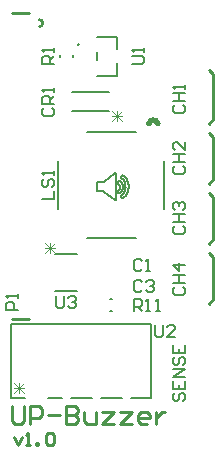
<source format=gbr>
G04*
G04 #@! TF.GenerationSoftware,Altium Limited,Altium Designer,24.9.1 (31)*
G04*
G04 Layer_Color=65535*
%FSLAX25Y25*%
%MOIN*%
G70*
G04*
G04 #@! TF.SameCoordinates,DAC1C6B3-9DD7-490D-B82B-BCBA8ACD2817*
G04*
G04*
G04 #@! TF.FilePolarity,Positive*
G04*
G01*
G75*
%ADD10C,0.01000*%
%ADD11C,0.02000*%
%ADD12C,0.00600*%
%ADD13C,0.00800*%
%ADD14C,0.00300*%
D10*
X14000Y143882D02*
G03*
X14000Y146118I0J1118D01*
G01*
X5000Y148500D02*
X10500D01*
X5000Y46500D02*
X10500D01*
X72000Y113000D02*
Y128000D01*
X70500Y129500D02*
X72000Y128000D01*
X70500Y111500D02*
X72000Y113000D01*
Y93000D02*
Y107000D01*
X70500Y108500D02*
X72000Y107000D01*
X70500Y91500D02*
X72000Y93000D01*
Y73000D02*
Y87000D01*
X70500Y88500D02*
X72000Y87000D01*
X70500Y71500D02*
X72000Y73000D01*
X70500Y51500D02*
X72000Y53000D01*
X70500Y68500D02*
X72000Y67000D01*
Y53000D02*
Y67000D01*
X5000Y17498D02*
Y12500D01*
X6000Y11500D01*
X7999D01*
X8999Y12500D01*
Y17498D01*
X10998Y11500D02*
Y17498D01*
X13997D01*
X14997Y16498D01*
Y14499D01*
X13997Y13499D01*
X10998D01*
X16996Y14499D02*
X20995D01*
X22994Y17498D02*
Y11500D01*
X25993D01*
X26993Y12500D01*
Y13499D01*
X25993Y14499D01*
X22994D01*
X25993D01*
X26993Y15499D01*
Y16498D01*
X25993Y17498D01*
X22994D01*
X28992Y15499D02*
Y12500D01*
X29992Y11500D01*
X32991D01*
Y15499D01*
X34990D02*
X38989D01*
X34990Y11500D01*
X38989D01*
X40988Y15499D02*
X44987D01*
X40988Y11500D01*
X44987D01*
X49985D02*
X47986D01*
X46986Y12500D01*
Y14499D01*
X47986Y15499D01*
X49985D01*
X50985Y14499D01*
Y13499D01*
X46986D01*
X52984Y15499D02*
Y11500D01*
Y13499D01*
X53984Y14499D01*
X54984Y15499D01*
X55984D01*
X5500Y7166D02*
X6833Y4500D01*
X8166Y7166D01*
X9499Y4500D02*
X10832D01*
X10165D01*
Y8499D01*
X9499Y7832D01*
X12831Y4500D02*
Y5166D01*
X13497D01*
Y4500D01*
X12831D01*
X16163Y7832D02*
X16830Y8499D01*
X18163D01*
X18829Y7832D01*
Y5166D01*
X18163Y4500D01*
X16830D01*
X16163Y5166D01*
Y7832D01*
D11*
X53426Y111536D02*
G03*
X50527Y111536I-1449J-386D01*
G01*
D12*
X27203Y137740D02*
G03*
X27203Y137740I-300J0D01*
G01*
X40532Y88244D02*
Y88244D01*
Y88244D02*
X40667Y88261D01*
X40798Y88314D01*
X40977Y88443D01*
X41143Y88596D01*
X41330Y88812D01*
X41515Y89094D01*
X41600Y89261D01*
X41676Y89445D01*
X41740Y89648D01*
X41789Y89869D01*
X41820Y90109D01*
X41832Y90369D01*
X41820Y90628D02*
X41832Y90369D01*
X41789Y90868D02*
X41820Y90628D01*
X41740Y91090D02*
X41789Y90868D01*
X41676Y91292D02*
X41740Y91090D01*
X41600Y91477D02*
X41676Y91292D01*
X41515Y91644D02*
X41600Y91477D01*
X41330Y91926D02*
X41515Y91644D01*
X41143Y92141D02*
X41330Y91926D01*
X40977Y92294D02*
X41143Y92141D01*
X40798Y92423D02*
X40977Y92294D01*
X40702Y92467D02*
X40798Y92423D01*
X40602Y92490D02*
X40702Y92467D01*
X40501Y92493D02*
X40602Y92490D01*
X40402Y92478D02*
X40501Y92493D01*
X40309Y92443D02*
X40402Y92478D01*
X40222Y92391D02*
X40309Y92443D01*
X40146Y92322D02*
X40222Y92391D01*
X40083Y92237D02*
X40146Y92322D01*
X40037Y92142D02*
X40083Y92237D01*
X40012Y92042D02*
X40037Y92142D01*
X40007Y91941D02*
X40012Y92042D01*
X40007Y91941D02*
X40022Y91841D01*
X40055Y91745D01*
X40105Y91657D01*
X40173Y91579D01*
X40257Y91514D01*
X40347Y91443D01*
X40430Y91358D01*
X40523Y91239D01*
X40616Y91082D01*
X40696Y90887D01*
X40752Y90649D01*
X42671Y90501D02*
X42692Y90220D01*
X40752Y90088D02*
X40773Y90369D01*
X40696Y89851D02*
X40752Y90088D01*
X40616Y89655D02*
X40696Y89851D01*
X40525Y89499D02*
X40616Y89655D01*
X40432Y89381D02*
X40525Y89499D01*
X40350Y89298D02*
X40432Y89381D01*
X40265Y89230D02*
X40350Y89298D01*
X40178Y89167D02*
X40265Y89230D01*
X40108Y89090D02*
X40178Y89167D01*
X40055Y89003D02*
X40108Y89090D01*
X40020Y88908D02*
X40055Y89003D01*
X40004Y88807D02*
X40020Y88908D01*
X40004Y88807D02*
X40007Y88705D01*
X40030Y88604D01*
X40075Y88506D01*
X40161Y88394D01*
X40271Y88311D01*
X40397Y88261D01*
X40532Y88244D01*
X41664Y86787D02*
X41800Y86804D01*
X41931Y86859D01*
X42030Y86922D01*
X42244Y87085D01*
X42533Y87354D01*
X42694Y87529D01*
X42859Y87734D01*
X43023Y87968D01*
X43181Y88233D01*
X43329Y88529D01*
X43461Y88856D01*
X43572Y89217D01*
X43657Y89610D01*
X43712Y90038D01*
X43731Y90501D01*
X43712Y90964D02*
X43731Y90501D01*
X43657Y91392D02*
X43712Y90964D01*
X43572Y91785D02*
X43657Y91392D01*
X43460Y92146D02*
X43572Y91785D01*
X43329Y92473D02*
X43460Y92146D01*
X43181Y92769D02*
X43329Y92473D01*
X43023Y93033D02*
X43181Y92769D01*
X42859Y93268D02*
X43023Y93033D01*
X42694Y93472D02*
X42859Y93268D01*
X42533Y93648D02*
X42694Y93472D01*
X42243Y93917D02*
X42533Y93648D01*
X42028Y94080D02*
X42243Y93917D01*
X41929Y94143D02*
X42028Y94080D01*
X41831Y94187D02*
X41929Y94143D01*
X41730Y94211D02*
X41831Y94187D01*
X41628Y94214D02*
X41730Y94211D01*
X41528Y94198D02*
X41628Y94214D01*
X41432Y94163D02*
X41528Y94198D01*
X41345Y94110D02*
X41432Y94163D01*
X41268Y94040D02*
X41345Y94110D01*
X41205Y93953D02*
X41268Y94040D01*
X41161Y93856D02*
X41205Y93953D01*
X41138Y93754D02*
X41161Y93856D01*
X41135Y93652D02*
X41138Y93754D01*
X41135Y93652D02*
X41151Y93552D01*
X41186Y93456D01*
X41239Y93369D01*
X41309Y93292D01*
X41396Y93230D01*
X41600Y93076D01*
X41805Y92880D01*
X42038Y92599D01*
X42156Y92424D01*
X42271Y92225D01*
X42378Y92002D01*
X42473Y91755D01*
X42554Y91481D01*
X42617Y91182D01*
X42657Y90855D01*
X42671Y90501D01*
X42657Y90152D02*
X42671Y90501D01*
X42618Y89829D02*
X42657Y90152D01*
X42557Y89533D02*
X42618Y89829D01*
X42479Y89262D02*
X42557Y89533D01*
X42385Y89017D02*
X42479Y89262D01*
X42281Y88795D02*
X42385Y89017D01*
X42168Y88597D02*
X42281Y88795D01*
X42052Y88422D02*
X42168Y88597D01*
X41821Y88138D02*
X42052Y88422D01*
X41616Y87939D02*
X41821Y88138D01*
X41465Y87819D02*
X41616Y87939D01*
X41396Y87773D02*
X41465Y87819D01*
X41309Y87710D02*
X41396Y87773D01*
X41239Y87633D02*
X41309Y87710D01*
X41186Y87546D02*
X41239Y87633D01*
X41151Y87450D02*
X41186Y87546D01*
X41135Y87350D02*
X41151Y87450D01*
X41135Y87350D02*
X41138Y87248D01*
X41161Y87147D01*
X41205Y87049D01*
X41293Y86936D01*
X41404Y86854D01*
X41530Y86804D01*
X41664Y86787D01*
X39138Y94993D02*
X39138D01*
X39138D02*
X39197Y95025D01*
X39257Y95038D01*
X39318Y95033D01*
X39375Y95013D01*
X39425Y94980D01*
X39464Y94933D01*
X39491Y94877D01*
X39500Y94811D01*
X39500Y86189D01*
X39491Y86123D02*
X39500Y86189D01*
X39464Y86067D02*
X39491Y86123D01*
X39425Y86021D02*
X39464Y86067D01*
X39375Y85988D02*
X39425Y86021D01*
X39318Y85968D02*
X39375Y85988D01*
X39258Y85964D02*
X39318Y85968D01*
X39197Y85977D02*
X39258Y85964D01*
X39138Y86009D02*
X39197Y85977D01*
X35374Y88835D02*
X39138Y86009D01*
X35318Y88903D02*
X35374Y88835D01*
X33148Y88903D02*
X35318D01*
X33148D02*
Y92097D01*
X35318Y92097D01*
X35374Y92165D01*
X39138Y94993D01*
X29884Y108650D02*
X46116D01*
X55650Y82884D02*
Y99116D01*
X29884Y73350D02*
X46116D01*
X20350Y82884D02*
Y99116D01*
X25100Y133661D02*
Y134339D01*
X20900Y133661D02*
Y134339D01*
X37661Y53100D02*
X38339D01*
X37661Y48900D02*
X38339D01*
X33250Y140500D02*
X39750D01*
Y127500D02*
Y131590D01*
X33250Y127500D02*
X39750D01*
X33250Y132670D02*
Y135330D01*
X39750Y136410D02*
Y140500D01*
X19350Y68200D02*
X26650D01*
X19350Y55800D02*
X26650D01*
X24890Y115842D02*
X37110D01*
X24890Y122158D02*
X37110D01*
X4650Y20000D02*
X9267D01*
X51350D02*
Y44600D01*
X4650D02*
X51350D01*
X4650Y20000D02*
Y44600D01*
X16733Y20000D02*
X21534D01*
X24465D02*
X31534D01*
X34466D02*
X41535D01*
X44466D02*
X51350D01*
D13*
X59168Y77333D02*
X58501Y76666D01*
Y75333D01*
X59168Y74667D01*
X61834D01*
X62500Y75333D01*
Y76666D01*
X61834Y77333D01*
X58501Y78665D02*
X62500D01*
X60501D01*
Y81331D01*
X58501D01*
X62500D01*
X59168Y82664D02*
X58501Y83331D01*
Y84663D01*
X59168Y85330D01*
X59834D01*
X60501Y84663D01*
Y83997D01*
Y84663D01*
X61167Y85330D01*
X61834D01*
X62500Y84663D01*
Y83331D01*
X61834Y82664D01*
X59168Y57166D02*
X58501Y56499D01*
Y55166D01*
X59168Y54500D01*
X61834D01*
X62500Y55166D01*
Y56499D01*
X61834Y57166D01*
X58501Y58499D02*
X62500D01*
X60501D01*
Y61164D01*
X58501D01*
X62500D01*
Y64497D02*
X58501D01*
X60501Y62497D01*
Y65163D01*
X59168Y97499D02*
X58501Y96833D01*
Y95500D01*
X59168Y94833D01*
X61834D01*
X62500Y95500D01*
Y96833D01*
X61834Y97499D01*
X58501Y98832D02*
X62500D01*
X60501D01*
Y101498D01*
X58501D01*
X62500D01*
Y105497D02*
Y102831D01*
X59834Y105497D01*
X59168D01*
X58501Y104830D01*
Y103497D01*
X59168Y102831D01*
Y117666D02*
X58501Y116999D01*
Y115666D01*
X59168Y115000D01*
X61834D01*
X62500Y115666D01*
Y116999D01*
X61834Y117666D01*
X58501Y118999D02*
X62500D01*
X60501D01*
Y121665D01*
X58501D01*
X62500D01*
Y122997D02*
Y124330D01*
Y123664D01*
X58501D01*
X59168Y122997D01*
Y21666D02*
X58501Y20999D01*
Y19667D01*
X59168Y19000D01*
X59834D01*
X60501Y19667D01*
Y20999D01*
X61167Y21666D01*
X61834D01*
X62500Y20999D01*
Y19667D01*
X61834Y19000D01*
X58501Y25664D02*
Y22999D01*
X62500D01*
Y25664D01*
X60501Y22999D02*
Y24332D01*
X62500Y26997D02*
X58501D01*
X62500Y29663D01*
X58501D01*
X59168Y33662D02*
X58501Y32996D01*
Y31663D01*
X59168Y30996D01*
X59834D01*
X60501Y31663D01*
Y32996D01*
X61167Y33662D01*
X61834D01*
X62500Y32996D01*
Y31663D01*
X61834Y30996D01*
X58501Y37661D02*
Y34995D01*
X62500D01*
Y37661D01*
X60501Y34995D02*
Y36328D01*
X52500Y44499D02*
Y41166D01*
X53166Y40500D01*
X54499D01*
X55166Y41166D01*
Y44499D01*
X59165Y40500D02*
X56499D01*
X59165Y43166D01*
Y43832D01*
X58498Y44499D01*
X57165D01*
X56499Y43832D01*
X48166Y65832D02*
X47499Y66499D01*
X46166D01*
X45500Y65832D01*
Y63166D01*
X46166Y62500D01*
X47499D01*
X48166Y63166D01*
X49499Y62500D02*
X50832D01*
X50165D01*
Y66499D01*
X49499Y65832D01*
X19000Y131500D02*
X15001D01*
Y133499D01*
X15668Y134166D01*
X17001D01*
X17667Y133499D01*
Y131500D01*
Y132833D02*
X19000Y134166D01*
Y135499D02*
Y136832D01*
Y136165D01*
X15001D01*
X15668Y135499D01*
X7000Y49500D02*
X3001D01*
Y51499D01*
X3668Y52166D01*
X5001D01*
X5667Y51499D01*
Y49500D01*
X7000Y53499D02*
Y54832D01*
Y54165D01*
X3001D01*
X3668Y53499D01*
X15001Y86500D02*
X19000D01*
Y89166D01*
X15668Y93164D02*
X15001Y92498D01*
Y91165D01*
X15668Y90499D01*
X16334D01*
X17001Y91165D01*
Y92498D01*
X17667Y93164D01*
X18334D01*
X19000Y92498D01*
Y91165D01*
X18334Y90499D01*
X19000Y94497D02*
Y95830D01*
Y95164D01*
X15001D01*
X15668Y94497D01*
Y116666D02*
X15001Y115999D01*
Y114666D01*
X15668Y114000D01*
X18334D01*
X19000Y114666D01*
Y115999D01*
X18334Y116666D01*
X19000Y117999D02*
X15001D01*
Y119998D01*
X15668Y120665D01*
X17001D01*
X17667Y119998D01*
Y117999D01*
Y119332D02*
X19000Y120665D01*
Y121997D02*
Y123330D01*
Y122664D01*
X15001D01*
X15668Y121997D01*
X45001Y131500D02*
X48334D01*
X49000Y132167D01*
Y133499D01*
X48334Y134166D01*
X45001D01*
X49000Y135499D02*
Y136832D01*
Y136165D01*
X45001D01*
X45668Y135499D01*
X48166Y58832D02*
X47499Y59499D01*
X46166D01*
X45500Y58832D01*
Y56166D01*
X46166Y55500D01*
X47499D01*
X48166Y56166D01*
X49499Y58832D02*
X50165Y59499D01*
X51498D01*
X52165Y58832D01*
Y58166D01*
X51498Y57499D01*
X50832D01*
X51498D01*
X52165Y56833D01*
Y56166D01*
X51498Y55500D01*
X50165D01*
X49499Y56166D01*
X45500Y49000D02*
Y52999D01*
X47499D01*
X48166Y52332D01*
Y50999D01*
X47499Y50333D01*
X45500D01*
X46833D02*
X48166Y49000D01*
X49499D02*
X50832D01*
X50165D01*
Y52999D01*
X49499Y52332D01*
X52831Y49000D02*
X54164D01*
X53497D01*
Y52999D01*
X52831Y52332D01*
X19500Y53999D02*
Y50666D01*
X20166Y50000D01*
X21499D01*
X22166Y50666D01*
Y53999D01*
X23499Y53332D02*
X24165Y53999D01*
X25498D01*
X26164Y53332D01*
Y52666D01*
X25498Y51999D01*
X24832D01*
X25498D01*
X26164Y51333D01*
Y50666D01*
X25498Y50000D01*
X24165D01*
X23499Y50666D01*
D14*
X15725Y71605D02*
X19057Y68273D01*
X15725D02*
X19057Y71605D01*
X15725Y69939D02*
X19057D01*
X17391Y68273D02*
Y71605D01*
X41500Y112335D02*
X38168Y115667D01*
X41500D02*
X38168Y112335D01*
X41500Y114001D02*
X38168D01*
X39834Y115667D02*
Y112335D01*
X5500Y25165D02*
X8832Y21833D01*
X5500D02*
X8832Y25165D01*
X5500Y23499D02*
X8832D01*
X7166Y21833D02*
Y25165D01*
M02*

</source>
